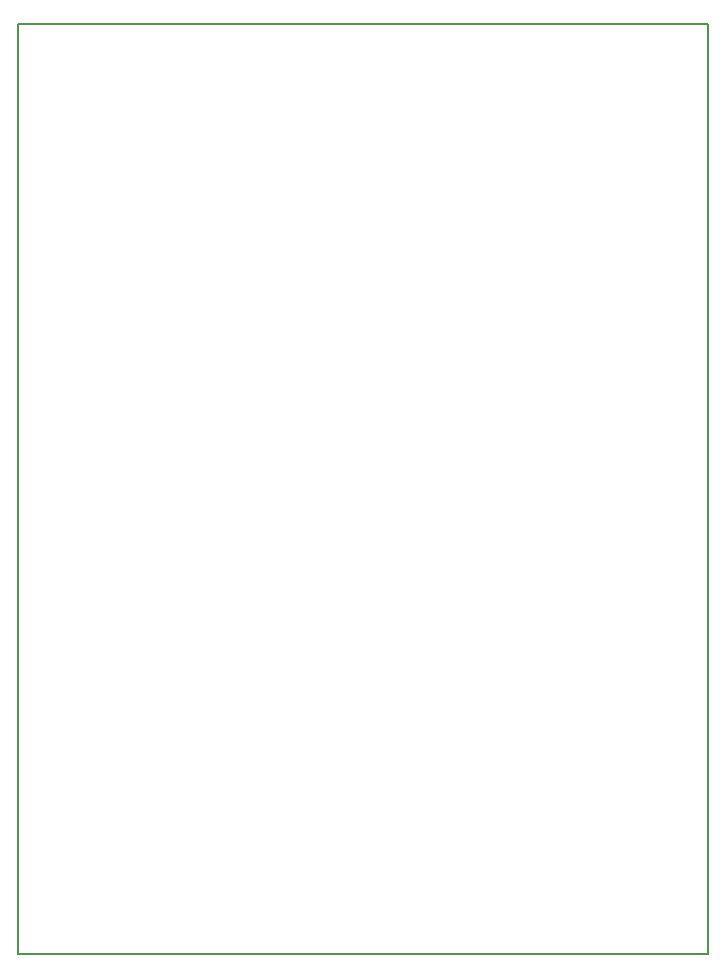
<source format=gbr>
G04 #@! TF.GenerationSoftware,KiCad,Pcbnew,5.0.2-bee76a0~70~ubuntu18.04.1*
G04 #@! TF.CreationDate,2019-04-24T16:28:52+03:00*
G04 #@! TF.ProjectId,hw,68772e6b-6963-4616-945f-706362585858,rev?*
G04 #@! TF.SameCoordinates,Original*
G04 #@! TF.FileFunction,Profile,NP*
%FSLAX46Y46*%
G04 Gerber Fmt 4.6, Leading zero omitted, Abs format (unit mm)*
G04 Created by KiCad (PCBNEW 5.0.2-bee76a0~70~ubuntu18.04.1) date ke 24. huhtikuuta 2019 16.28.52*
%MOMM*%
%LPD*%
G01*
G04 APERTURE LIST*
%ADD10C,0.150000*%
G04 APERTURE END LIST*
D10*
X137160000Y-48260000D02*
X137160000Y-127000000D01*
X78740000Y-48260000D02*
X137160000Y-48260000D01*
X137160000Y-127000000D02*
X78740000Y-127000000D01*
X78740000Y-127000000D02*
X78740000Y-48260000D01*
M02*

</source>
